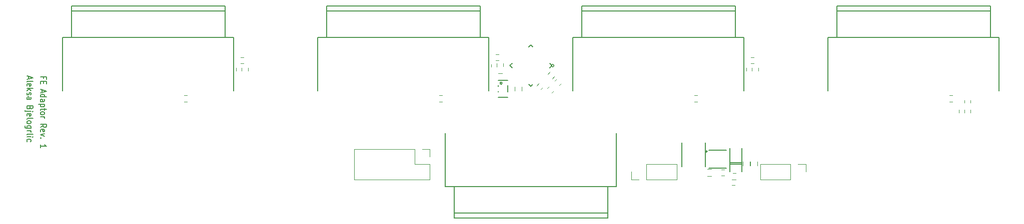
<source format=gto>
G04 #@! TF.FileFunction,Legend,Top*
%FSLAX46Y46*%
G04 Gerber Fmt 4.6, Leading zero omitted, Abs format (unit mm)*
G04 Created by KiCad (PCBNEW 4.0.7) date 07/13/18 19:56:19*
%MOMM*%
%LPD*%
G01*
G04 APERTURE LIST*
%ADD10C,0.100000*%
%ADD11C,0.200000*%
%ADD12C,0.150000*%
%ADD13C,0.120000*%
G04 APERTURE END LIST*
D10*
D11*
X64857333Y-95563428D02*
X64857333Y-95991999D01*
X64571619Y-95477713D02*
X65571619Y-95777713D01*
X64571619Y-96077713D01*
X64571619Y-96506285D02*
X64619238Y-96420571D01*
X64714476Y-96377714D01*
X65571619Y-96377714D01*
X64619238Y-97192000D02*
X64571619Y-97106286D01*
X64571619Y-96934857D01*
X64619238Y-96849143D01*
X64714476Y-96806286D01*
X65095429Y-96806286D01*
X65190667Y-96849143D01*
X65238286Y-96934857D01*
X65238286Y-97106286D01*
X65190667Y-97192000D01*
X65095429Y-97234857D01*
X65000190Y-97234857D01*
X64904952Y-96806286D01*
X64571619Y-97620572D02*
X65571619Y-97620572D01*
X64952571Y-97706286D02*
X64571619Y-97963429D01*
X65238286Y-97963429D02*
X64857333Y-97620572D01*
X64619238Y-98306286D02*
X64571619Y-98392000D01*
X64571619Y-98563428D01*
X64619238Y-98649143D01*
X64714476Y-98692000D01*
X64762095Y-98692000D01*
X64857333Y-98649143D01*
X64904952Y-98563428D01*
X64904952Y-98434857D01*
X64952571Y-98349143D01*
X65047810Y-98306286D01*
X65095429Y-98306286D01*
X65190667Y-98349143D01*
X65238286Y-98434857D01*
X65238286Y-98563428D01*
X65190667Y-98649143D01*
X64571619Y-99463428D02*
X65095429Y-99463428D01*
X65190667Y-99420571D01*
X65238286Y-99334857D01*
X65238286Y-99163428D01*
X65190667Y-99077714D01*
X64619238Y-99463428D02*
X64571619Y-99377714D01*
X64571619Y-99163428D01*
X64619238Y-99077714D01*
X64714476Y-99034857D01*
X64809714Y-99034857D01*
X64904952Y-99077714D01*
X64952571Y-99163428D01*
X64952571Y-99377714D01*
X65000190Y-99463428D01*
X65095429Y-100877714D02*
X65047810Y-101006285D01*
X65000190Y-101049142D01*
X64904952Y-101091999D01*
X64762095Y-101091999D01*
X64666857Y-101049142D01*
X64619238Y-101006285D01*
X64571619Y-100920571D01*
X64571619Y-100577714D01*
X65571619Y-100577714D01*
X65571619Y-100877714D01*
X65524000Y-100963428D01*
X65476381Y-101006285D01*
X65381143Y-101049142D01*
X65285905Y-101049142D01*
X65190667Y-101006285D01*
X65143048Y-100963428D01*
X65095429Y-100877714D01*
X65095429Y-100577714D01*
X65238286Y-101477714D02*
X64381143Y-101477714D01*
X64285905Y-101434857D01*
X64238286Y-101349142D01*
X64238286Y-101306285D01*
X65571619Y-101477714D02*
X65524000Y-101434857D01*
X65476381Y-101477714D01*
X65524000Y-101520571D01*
X65571619Y-101477714D01*
X65476381Y-101477714D01*
X64619238Y-102249142D02*
X64571619Y-102163428D01*
X64571619Y-101991999D01*
X64619238Y-101906285D01*
X64714476Y-101863428D01*
X65095429Y-101863428D01*
X65190667Y-101906285D01*
X65238286Y-101991999D01*
X65238286Y-102163428D01*
X65190667Y-102249142D01*
X65095429Y-102291999D01*
X65000190Y-102291999D01*
X64904952Y-101863428D01*
X64571619Y-102806285D02*
X64619238Y-102720571D01*
X64714476Y-102677714D01*
X65571619Y-102677714D01*
X64571619Y-103277714D02*
X64619238Y-103192000D01*
X64666857Y-103149143D01*
X64762095Y-103106286D01*
X65047810Y-103106286D01*
X65143048Y-103149143D01*
X65190667Y-103192000D01*
X65238286Y-103277714D01*
X65238286Y-103406286D01*
X65190667Y-103492000D01*
X65143048Y-103534857D01*
X65047810Y-103577714D01*
X64762095Y-103577714D01*
X64666857Y-103534857D01*
X64619238Y-103492000D01*
X64571619Y-103406286D01*
X64571619Y-103277714D01*
X65238286Y-104349143D02*
X64428762Y-104349143D01*
X64333524Y-104306286D01*
X64285905Y-104263429D01*
X64238286Y-104177714D01*
X64238286Y-104049143D01*
X64285905Y-103963429D01*
X64619238Y-104349143D02*
X64571619Y-104263429D01*
X64571619Y-104092000D01*
X64619238Y-104006286D01*
X64666857Y-103963429D01*
X64762095Y-103920572D01*
X65047810Y-103920572D01*
X65143048Y-103963429D01*
X65190667Y-104006286D01*
X65238286Y-104092000D01*
X65238286Y-104263429D01*
X65190667Y-104349143D01*
X64571619Y-104777715D02*
X65238286Y-104777715D01*
X65047810Y-104777715D02*
X65143048Y-104820572D01*
X65190667Y-104863429D01*
X65238286Y-104949143D01*
X65238286Y-105034858D01*
X64571619Y-105463429D02*
X64619238Y-105377715D01*
X64714476Y-105334858D01*
X65571619Y-105334858D01*
X64571619Y-105806287D02*
X65238286Y-105806287D01*
X65571619Y-105806287D02*
X65524000Y-105763430D01*
X65476381Y-105806287D01*
X65524000Y-105849144D01*
X65571619Y-105806287D01*
X65476381Y-105806287D01*
X64619238Y-106620572D02*
X64571619Y-106534858D01*
X64571619Y-106363429D01*
X64619238Y-106277715D01*
X64666857Y-106234858D01*
X64762095Y-106192001D01*
X65047810Y-106192001D01*
X65143048Y-106234858D01*
X65190667Y-106277715D01*
X65238286Y-106363429D01*
X65238286Y-106534858D01*
X65190667Y-106620572D01*
X67381429Y-95921428D02*
X67381429Y-95621428D01*
X66857619Y-95621428D02*
X67857619Y-95621428D01*
X67857619Y-96049999D01*
X67381429Y-96392857D02*
X67381429Y-96692857D01*
X66857619Y-96821428D02*
X66857619Y-96392857D01*
X67857619Y-96392857D01*
X67857619Y-96821428D01*
X67143333Y-97850000D02*
X67143333Y-98278571D01*
X66857619Y-97764285D02*
X67857619Y-98064285D01*
X66857619Y-98364285D01*
X66857619Y-99050000D02*
X67857619Y-99050000D01*
X66905238Y-99050000D02*
X66857619Y-98964286D01*
X66857619Y-98792857D01*
X66905238Y-98707143D01*
X66952857Y-98664286D01*
X67048095Y-98621429D01*
X67333810Y-98621429D01*
X67429048Y-98664286D01*
X67476667Y-98707143D01*
X67524286Y-98792857D01*
X67524286Y-98964286D01*
X67476667Y-99050000D01*
X66857619Y-99864286D02*
X67381429Y-99864286D01*
X67476667Y-99821429D01*
X67524286Y-99735715D01*
X67524286Y-99564286D01*
X67476667Y-99478572D01*
X66905238Y-99864286D02*
X66857619Y-99778572D01*
X66857619Y-99564286D01*
X66905238Y-99478572D01*
X67000476Y-99435715D01*
X67095714Y-99435715D01*
X67190952Y-99478572D01*
X67238571Y-99564286D01*
X67238571Y-99778572D01*
X67286190Y-99864286D01*
X67524286Y-100292858D02*
X66524286Y-100292858D01*
X67476667Y-100292858D02*
X67524286Y-100378572D01*
X67524286Y-100550001D01*
X67476667Y-100635715D01*
X67429048Y-100678572D01*
X67333810Y-100721429D01*
X67048095Y-100721429D01*
X66952857Y-100678572D01*
X66905238Y-100635715D01*
X66857619Y-100550001D01*
X66857619Y-100378572D01*
X66905238Y-100292858D01*
X67524286Y-100978572D02*
X67524286Y-101321429D01*
X67857619Y-101107144D02*
X67000476Y-101107144D01*
X66905238Y-101150001D01*
X66857619Y-101235715D01*
X66857619Y-101321429D01*
X66857619Y-101750001D02*
X66905238Y-101664287D01*
X66952857Y-101621430D01*
X67048095Y-101578573D01*
X67333810Y-101578573D01*
X67429048Y-101621430D01*
X67476667Y-101664287D01*
X67524286Y-101750001D01*
X67524286Y-101878573D01*
X67476667Y-101964287D01*
X67429048Y-102007144D01*
X67333810Y-102050001D01*
X67048095Y-102050001D01*
X66952857Y-102007144D01*
X66905238Y-101964287D01*
X66857619Y-101878573D01*
X66857619Y-101750001D01*
X66857619Y-102435716D02*
X67524286Y-102435716D01*
X67333810Y-102435716D02*
X67429048Y-102478573D01*
X67476667Y-102521430D01*
X67524286Y-102607144D01*
X67524286Y-102692859D01*
X66857619Y-104192858D02*
X67333810Y-103892858D01*
X66857619Y-103678573D02*
X67857619Y-103678573D01*
X67857619Y-104021430D01*
X67810000Y-104107144D01*
X67762381Y-104150001D01*
X67667143Y-104192858D01*
X67524286Y-104192858D01*
X67429048Y-104150001D01*
X67381429Y-104107144D01*
X67333810Y-104021430D01*
X67333810Y-103678573D01*
X66905238Y-104921430D02*
X66857619Y-104835716D01*
X66857619Y-104664287D01*
X66905238Y-104578573D01*
X67000476Y-104535716D01*
X67381429Y-104535716D01*
X67476667Y-104578573D01*
X67524286Y-104664287D01*
X67524286Y-104835716D01*
X67476667Y-104921430D01*
X67381429Y-104964287D01*
X67286190Y-104964287D01*
X67190952Y-104535716D01*
X67524286Y-105264287D02*
X66857619Y-105478573D01*
X67524286Y-105692859D01*
X66952857Y-106035716D02*
X66905238Y-106078573D01*
X66857619Y-106035716D01*
X66905238Y-105992859D01*
X66952857Y-106035716D01*
X66857619Y-106035716D01*
X66857619Y-107621429D02*
X66857619Y-107107144D01*
X66857619Y-107364286D02*
X67857619Y-107364286D01*
X67714762Y-107278572D01*
X67619524Y-107192858D01*
X67571905Y-107107144D01*
D12*
X153736954Y-93726000D02*
G75*
G03X153736954Y-93726000I-199999J0D01*
G01*
X150213553Y-90544019D02*
X149860000Y-90190466D01*
X149860000Y-90190466D02*
X149506447Y-90544019D01*
X153041981Y-94079553D02*
X153395534Y-93726000D01*
X153395534Y-93726000D02*
X153041981Y-93372447D01*
X149506447Y-96907981D02*
X149860000Y-97261534D01*
X149860000Y-97261534D02*
X150213553Y-96907981D01*
X146678019Y-93372447D02*
X146324466Y-93726000D01*
X146324466Y-93726000D02*
X146678019Y-94079553D01*
X162860000Y-114228000D02*
X136860000Y-114228000D01*
X162860000Y-119228000D02*
X162860000Y-114228000D01*
X136860000Y-119228000D02*
X136860000Y-114228000D01*
X164360000Y-113728000D02*
X164360000Y-114228000D01*
X135360000Y-113728000D02*
X135360000Y-114228000D01*
X162860000Y-118728000D02*
X136860000Y-118728000D01*
X136860000Y-114228000D02*
X135360000Y-114228000D01*
X135360000Y-113728000D02*
X135360000Y-105228000D01*
X164360000Y-105728000D02*
X164360000Y-105228000D01*
X162860000Y-114228000D02*
X164360000Y-114228000D01*
X164360000Y-113728000D02*
X164360000Y-105728000D01*
X162860000Y-119228000D02*
X162860000Y-119628000D01*
X162860000Y-119628000D02*
X136860000Y-119628000D01*
X136860000Y-119228000D02*
X136860000Y-119628000D01*
X158450000Y-88972000D02*
X184450000Y-88972000D01*
X158450000Y-83972000D02*
X158450000Y-88972000D01*
X184450000Y-83972000D02*
X184450000Y-88972000D01*
X156950000Y-89472000D02*
X156950000Y-88972000D01*
X185950000Y-89472000D02*
X185950000Y-88972000D01*
X158450000Y-84472000D02*
X184450000Y-84472000D01*
X184450000Y-88972000D02*
X185950000Y-88972000D01*
X185950000Y-89472000D02*
X185950000Y-97972000D01*
X156950000Y-97472000D02*
X156950000Y-97972000D01*
X158450000Y-88972000D02*
X156950000Y-88972000D01*
X156950000Y-89472000D02*
X156950000Y-97472000D01*
X158450000Y-83972000D02*
X158450000Y-83572000D01*
X158450000Y-83572000D02*
X184450000Y-83572000D01*
X184450000Y-83972000D02*
X184450000Y-83572000D01*
X201630000Y-88972000D02*
X227630000Y-88972000D01*
X201630000Y-83972000D02*
X201630000Y-88972000D01*
X227630000Y-83972000D02*
X227630000Y-88972000D01*
X200130000Y-89472000D02*
X200130000Y-88972000D01*
X229130000Y-89472000D02*
X229130000Y-88972000D01*
X201630000Y-84472000D02*
X227630000Y-84472000D01*
X227630000Y-88972000D02*
X229130000Y-88972000D01*
X229130000Y-89472000D02*
X229130000Y-97972000D01*
X200130000Y-97472000D02*
X200130000Y-97972000D01*
X201630000Y-88972000D02*
X200130000Y-88972000D01*
X200130000Y-89472000D02*
X200130000Y-97472000D01*
X201630000Y-83972000D02*
X201630000Y-83572000D01*
X201630000Y-83572000D02*
X227630000Y-83572000D01*
X227630000Y-83972000D02*
X227630000Y-83572000D01*
D13*
X151539563Y-97791117D02*
X151893117Y-97437563D01*
X151228437Y-96772883D02*
X150874883Y-97126437D01*
X100927000Y-94611000D02*
X100927000Y-94111000D01*
X99987000Y-94111000D02*
X99987000Y-94611000D01*
X180436000Y-112487000D02*
X179736000Y-112487000D01*
X179736000Y-111287000D02*
X180436000Y-111287000D01*
X183900000Y-114008000D02*
X184400000Y-114008000D01*
X184400000Y-113068000D02*
X183900000Y-113068000D01*
X188179000Y-110013000D02*
X188179000Y-110713000D01*
X186979000Y-110713000D02*
X186979000Y-110013000D01*
X186909000Y-110013000D02*
X186909000Y-110713000D01*
X185709000Y-110713000D02*
X185709000Y-110013000D01*
X144107000Y-93976000D02*
X144107000Y-93476000D01*
X143167000Y-93476000D02*
X143167000Y-93976000D01*
X187287000Y-94611000D02*
X187287000Y-94111000D01*
X186347000Y-94111000D02*
X186347000Y-94611000D01*
X223228000Y-101723000D02*
X223228000Y-101223000D01*
X222288000Y-101223000D02*
X222288000Y-101723000D01*
D12*
X183531000Y-110228000D02*
X185531000Y-110228000D01*
X183531000Y-110478000D02*
X185531000Y-110478000D01*
X185531000Y-110228000D02*
X185531000Y-109728000D01*
X185531000Y-111728000D02*
X185531000Y-107728000D01*
X183531000Y-111728000D02*
X183531000Y-107728000D01*
D13*
X119955000Y-107890000D02*
X119955000Y-113090000D01*
X130175000Y-107890000D02*
X119955000Y-107890000D01*
X132775000Y-113090000D02*
X119955000Y-113090000D01*
X130175000Y-107890000D02*
X130175000Y-110490000D01*
X130175000Y-110490000D02*
X132775000Y-110490000D01*
X132775000Y-110490000D02*
X132775000Y-113090000D01*
X131445000Y-107890000D02*
X132775000Y-107890000D01*
X132775000Y-107890000D02*
X132775000Y-109220000D01*
D12*
X115270000Y-88972000D02*
X141270000Y-88972000D01*
X115270000Y-83972000D02*
X115270000Y-88972000D01*
X141270000Y-83972000D02*
X141270000Y-88972000D01*
X113770000Y-89472000D02*
X113770000Y-88972000D01*
X142770000Y-89472000D02*
X142770000Y-88972000D01*
X115270000Y-84472000D02*
X141270000Y-84472000D01*
X141270000Y-88972000D02*
X142770000Y-88972000D01*
X142770000Y-89472000D02*
X142770000Y-97972000D01*
X113770000Y-97472000D02*
X113770000Y-97972000D01*
X115270000Y-88972000D02*
X113770000Y-88972000D01*
X113770000Y-89472000D02*
X113770000Y-97472000D01*
X115270000Y-83972000D02*
X115270000Y-83572000D01*
X115270000Y-83572000D02*
X141270000Y-83572000D01*
X141270000Y-83972000D02*
X141270000Y-83572000D01*
X72090000Y-88972000D02*
X98090000Y-88972000D01*
X72090000Y-83972000D02*
X72090000Y-88972000D01*
X98090000Y-83972000D02*
X98090000Y-88972000D01*
X70590000Y-89472000D02*
X70590000Y-88972000D01*
X99590000Y-89472000D02*
X99590000Y-88972000D01*
X72090000Y-84472000D02*
X98090000Y-84472000D01*
X98090000Y-88972000D02*
X99590000Y-88972000D01*
X99590000Y-89472000D02*
X99590000Y-97972000D01*
X70590000Y-97472000D02*
X70590000Y-97972000D01*
X72090000Y-88972000D02*
X70590000Y-88972000D01*
X70590000Y-89472000D02*
X70590000Y-97472000D01*
X72090000Y-83972000D02*
X72090000Y-83572000D01*
X72090000Y-83572000D02*
X98090000Y-83572000D01*
X98090000Y-83972000D02*
X98090000Y-83572000D01*
X179419000Y-110839000D02*
X179419000Y-106839000D01*
X175419000Y-110839000D02*
X175419000Y-106839000D01*
D13*
X152964010Y-97238457D02*
X152610457Y-97592010D01*
X153359990Y-98341543D02*
X153713543Y-97987990D01*
X154629990Y-97071543D02*
X154983543Y-96717990D01*
X154234010Y-95968457D02*
X153880457Y-96322010D01*
X153486990Y-95928543D02*
X153840543Y-95574990D01*
X153091010Y-94825457D02*
X152737457Y-95179010D01*
X184027000Y-113052000D02*
X184527000Y-113052000D01*
X184527000Y-111992000D02*
X184027000Y-111992000D01*
X182122000Y-112417000D02*
X182622000Y-112417000D01*
X182622000Y-111357000D02*
X182122000Y-111357000D01*
X101215000Y-92307000D02*
X100715000Y-92307000D01*
X100715000Y-93367000D02*
X101215000Y-93367000D01*
X144395000Y-91799000D02*
X143895000Y-91799000D01*
X143895000Y-92859000D02*
X144395000Y-92859000D01*
X91690000Y-98784000D02*
X91190000Y-98784000D01*
X91190000Y-99844000D02*
X91690000Y-99844000D01*
X102003000Y-94611000D02*
X102003000Y-94111000D01*
X100943000Y-94111000D02*
X100943000Y-94611000D01*
X134870000Y-98784000D02*
X134370000Y-98784000D01*
X134370000Y-99844000D02*
X134870000Y-99844000D01*
X145183000Y-93849000D02*
X145183000Y-93349000D01*
X144123000Y-93349000D02*
X144123000Y-93849000D01*
X187575000Y-92307000D02*
X187075000Y-92307000D01*
X187075000Y-93367000D02*
X187575000Y-93367000D01*
X224304000Y-100072000D02*
X224304000Y-99572000D01*
X223244000Y-99572000D02*
X223244000Y-100072000D01*
X178050000Y-98784000D02*
X177550000Y-98784000D01*
X177550000Y-99844000D02*
X178050000Y-99844000D01*
X188363000Y-94611000D02*
X188363000Y-94111000D01*
X187303000Y-94111000D02*
X187303000Y-94611000D01*
X221230000Y-98784000D02*
X220730000Y-98784000D01*
X220730000Y-99844000D02*
X221230000Y-99844000D01*
X224304000Y-101723000D02*
X224304000Y-101223000D01*
X223244000Y-101223000D02*
X223244000Y-101723000D01*
D12*
X179724421Y-108301000D02*
G75*
G03X179724421Y-108301000I-141421J0D01*
G01*
X182983000Y-108101000D02*
X179983000Y-108101000D01*
X181483000Y-111101000D02*
X179983000Y-111101000D01*
X181483000Y-111101000D02*
X182983000Y-111101000D01*
D13*
X145003000Y-96231000D02*
X144303000Y-96231000D01*
X144303000Y-95031000D02*
X145003000Y-95031000D01*
X147101000Y-98013000D02*
X147101000Y-97313000D01*
X148301000Y-97313000D02*
X148301000Y-98013000D01*
X188662000Y-110430000D02*
X188662000Y-113090000D01*
X193802000Y-110430000D02*
X188662000Y-110430000D01*
X193802000Y-113090000D02*
X188662000Y-113090000D01*
X193802000Y-110430000D02*
X193802000Y-113090000D01*
X195072000Y-110430000D02*
X196402000Y-110430000D01*
X196402000Y-110430000D02*
X196402000Y-111760000D01*
X174558000Y-113090000D02*
X174558000Y-110430000D01*
X169418000Y-113090000D02*
X174558000Y-113090000D01*
X169418000Y-110430000D02*
X174558000Y-110430000D01*
X169418000Y-113090000D02*
X169418000Y-110430000D01*
X168148000Y-113090000D02*
X166818000Y-113090000D01*
X166818000Y-113090000D02*
X166818000Y-111760000D01*
D12*
X144991278Y-96713000D02*
G75*
G03X144991278Y-96713000I-180278J0D01*
G01*
X145961000Y-97113000D02*
X145961000Y-98163000D01*
X144361000Y-98063000D02*
X144361000Y-98163000D01*
X144361000Y-97113000D02*
X144361000Y-97213000D01*
X144361000Y-99113000D02*
X145961000Y-99113000D01*
X145161000Y-96213000D02*
X144361000Y-96213000D01*
X145161000Y-96213000D02*
X145961000Y-96213000D01*
M02*

</source>
